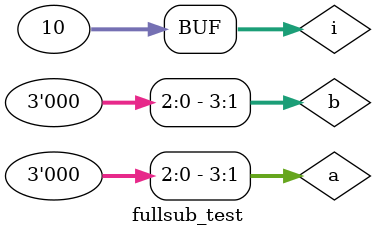
<source format=v>
module fullsub_test;
reg [3:0] a, b;
reg cin;
wire [3:0] diff;
wire borrow;
integer i;

fullhalfsub_4b s0 (.a (a), .b (b), .cin (cin), .borrow (borrow), .diff (diff));

initial begin
	a <= 0;
	b <= 0;
	cin <= 0;
	
	//this section loops ten times to create random test cases
	//the display portion displays the test case in binary and decimal (for checking purpose)
	for (i = 0; i < 10; i = i + 1) begin
		#10 a <= $random;
		    b <= $random;
		    cin <= $random;
	end
end
initial begin
	$monitor ("%t | a=%b | b=%b | cin=%b | diff=%b | borrow=%b", $time, a, b, cin, diff, borrow);
	$dumpfile("fullhalfsub.vcd");
	$dumpvars();
	$display("\t\ttime");
end
endmodule


</source>
